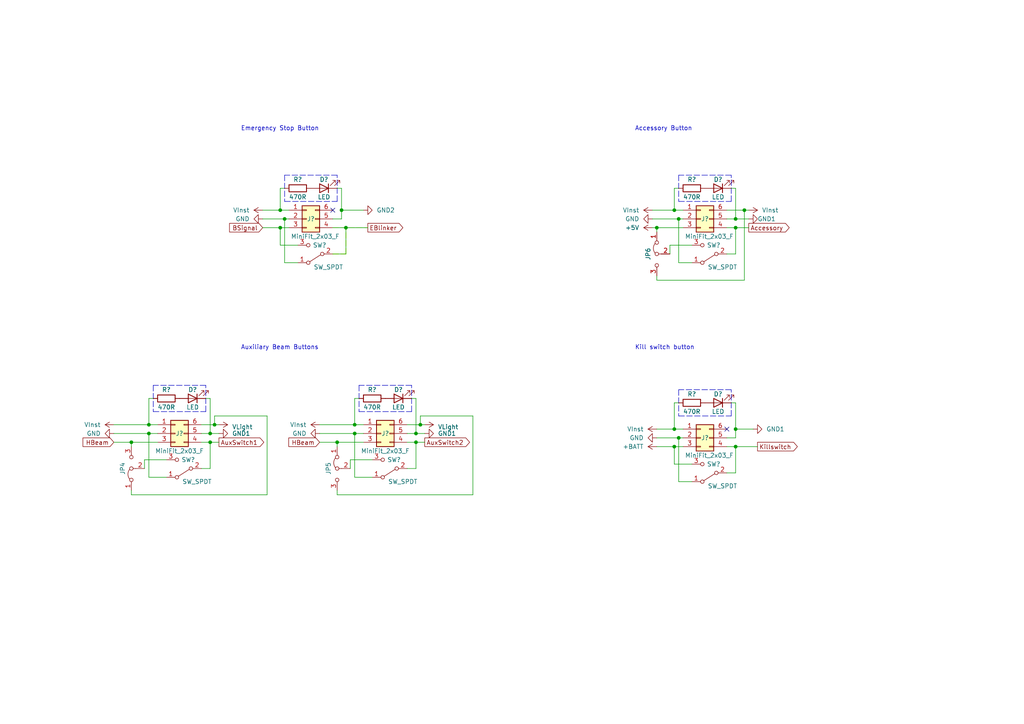
<source format=kicad_sch>
(kicad_sch (version 20230121) (generator eeschema)
  (paper "A4")
  (lib_symbols
    (symbol "Connector_Generic:Conn_02x03_Counter_Clockwise" (pin_names (offset 1.016) hide)
      (property "Reference" "J" (at 1.27 5.08 0))
      (property "Value" "Conn_02x03_Counter_Clockwise" (at 1.27 -5.08 0))
      (symbol "Conn_02x03_Counter_Clockwise_1_1"
        (rectangle (start -1.27 -2.413) (end 0 -2.667) (stroke (width 0.1524)))
        (rectangle (start -1.27 0.127) (end 0 -0.127) (stroke (width 0.1524)))
        (rectangle (start -1.27 2.667) (end 0 2.413) (stroke (width 0.1524)))
        (rectangle (start -1.27 3.81) (end 3.81 -3.81) (stroke (width 0.254)) (fill (type background)))
        (rectangle (start 3.81 -2.413) (end 2.54 -2.667) (stroke (width 0.1524)))
        (rectangle (start 3.81 0.127) (end 2.54 -0.127) (stroke (width 0.1524)))
        (rectangle (start 3.81 2.667) (end 2.54 2.413) (stroke (width 0.1524)))
        (pin passive line (at -5.08 2.54 0) (length 3.81) (name "Pin_1") (number "1"))
        (pin passive line (at -5.08 0 0) (length 3.81) (name "Pin_2") (number "2"))
        (pin passive line (at -5.08 -2.54 0) (length 3.81) (name "Pin_3") (number "3"))
        (pin passive line (at 7.62 -2.54 180) (length 3.81) (name "Pin_4") (number "4"))
        (pin passive line (at 7.62 0 180) (length 3.81) (name "Pin_5") (number "5"))
        (pin passive line (at 7.62 2.54 180) (length 3.81) (name "Pin_6") (number "6"))
      )
    )
    (symbol "Device:LED" (pin_numbers hide) (pin_names (offset 1.016) hide)
      (property "Reference" "D" (at 0 2.54 0))
      (property "Value" "LED" (at 0 -2.54 0))
      (symbol "LED_0_1"
        (polyline (pts (xy -1.27 -1.27) (xy -1.27 1.27)) (stroke (width 0.254)))
        (polyline (pts (xy -1.27 0) (xy 1.27 0)))
        (polyline (pts (xy 1.27 -1.27) (xy 1.27 1.27) (xy -1.27 0) (xy 1.27 -1.27)) (stroke (width 0.254)))
        (polyline (pts (xy -3.048 -0.762) (xy -4.572 -2.286) (xy -3.81 -2.286) (xy -4.572 -2.286) (xy -4.572 -1.524)))
        (polyline (pts (xy -1.778 -0.762) (xy -3.302 -2.286) (xy -2.54 -2.286) (xy -3.302 -2.286) (xy -3.302 -1.524)))
      )
      (symbol "LED_1_1"
        (pin passive line (at -3.81 0 0) (length 2.54) (name "K") (number "1"))
        (pin passive line (at 3.81 0 180) (length 2.54) (name "A") (number "2"))
      )
    )
    (symbol "Device:R" (pin_numbers hide) (pin_names (offset 0))
      (property "Reference" "R" (at 2.032 0 90))
      (property "Value" "R" (at 0 0 90))
      (symbol "R_0_1"
        (rectangle (start -1.016 -2.54) (end 1.016 2.54) (stroke (width 0.254)))
      )
      (symbol "R_1_1"
        (pin passive line (at 0 3.81 270) (length 1.27) (name "~") (number "1"))
        (pin passive line (at 0 -3.81 90) (length 1.27) (name "~") (number "2"))
      )
    )
    (symbol "GND1_1" (power) (pin_names (offset 0))
      (property "Value" "GND1_1" (at 0 -3.81 0))
      (symbol "GND1_1_0_1"
        (polyline (pts (xy 0 0) (xy 0 -1.27) (xy 1.27 -1.27) (xy 0 -2.54) (xy -1.27 -1.27) (xy 0 -1.27)))
      )
      (symbol "GND1_1_1_1"
        (pin power_in line (at 0 0 270) (length 0) hide (name "GND1") (number "1"))
      )
    )
    (symbol "GND1_2" (power) (pin_names (offset 0))
      (property "Value" "GND1_2" (at 0 -3.81 0))
      (symbol "GND1_2_0_1"
        (polyline (pts (xy 0 0) (xy 0 -1.27) (xy 1.27 -1.27) (xy 0 -2.54) (xy -1.27 -1.27) (xy 0 -1.27)))
      )
      (symbol "GND1_2_1_1"
        (pin power_in line (at 0 0 270) (length 0) hide (name "GND1") (number "1"))
      )
    )
    (symbol "GND1_3" (power) (pin_names (offset 0))
      (property "Value" "GND1_3" (at 0 -3.81 0))
      (symbol "GND1_3_0_1"
        (polyline (pts (xy 0 0) (xy 0 -1.27) (xy 1.27 -1.27) (xy 0 -2.54) (xy -1.27 -1.27) (xy 0 -1.27)))
      )
      (symbol "GND1_3_1_1"
        (pin power_in line (at 0 0 270) (length 0) hide (name "GND1") (number "1"))
      )
    )
    (symbol "GND_1" (power) (pin_names (offset 0))
      (property "Value" "GND_1" (at 0 -3.81 0))
      (symbol "GND_1_0_1"
        (polyline (pts (xy 0 0) (xy 0 -1.27) (xy 1.27 -1.27) (xy 0 -2.54) (xy -1.27 -1.27) (xy 0 -1.27)))
      )
      (symbol "GND_1_1_1"
        (pin power_in line (at 0 0 270) (length 0) hide (name "GND") (number "1"))
      )
    )
    (symbol "GND_2" (power) (pin_names (offset 0))
      (property "Value" "GND_2" (at 0 -3.81 0))
      (symbol "GND_2_0_1"
        (polyline (pts (xy 0 0) (xy 0 -1.27) (xy 1.27 -1.27) (xy 0 -2.54) (xy -1.27 -1.27) (xy 0 -1.27)))
      )
      (symbol "GND_2_1_1"
        (pin power_in line (at 0 0 270) (length 0) hide (name "GND") (number "1"))
      )
    )
    (symbol "GND_3" (power) (pin_names (offset 0))
      (property "Value" "GND_3" (at 0 -3.81 0))
      (symbol "GND_3_0_1"
        (polyline (pts (xy 0 0) (xy 0 -1.27) (xy 1.27 -1.27) (xy 0 -2.54) (xy -1.27 -1.27) (xy 0 -1.27)))
      )
      (symbol "GND_3_1_1"
        (pin power_in line (at 0 0 270) (length 0) hide (name "GND") (number "1"))
      )
    )
    (symbol "GND_4" (power) (pin_names (offset 0))
      (property "Value" "GND_4" (at 0 -3.81 0))
      (symbol "GND_4_0_1"
        (polyline (pts (xy 0 0) (xy 0 -1.27) (xy 1.27 -1.27) (xy 0 -2.54) (xy -1.27 -1.27) (xy 0 -1.27)))
      )
      (symbol "GND_4_1_1"
        (pin power_in line (at 0 0 270) (length 0) hide (name "GND") (number "1"))
      )
    )
    (symbol "Jumper:Jumper_3_Bridged12" (pin_names (offset 0) hide)
      (property "Reference" "JP" (at -2.54 -2.54 0))
      (property "Value" "Jumper_3_Bridged12" (at 0 2.794 0))
      (symbol "Jumper_3_Bridged12_0_0"
        (circle (center -3.302 0) (radius 0.508))
        (circle (center 0 0) (radius 0.508))
        (circle (center 3.302 0) (radius 0.508))
      )
      (symbol "Jumper_3_Bridged12_0_1"
        (arc (start -0.254 0.508) (mid -1.651 0.9912) (end -3.048 0.508))
        (polyline (pts (xy 0 -1.27) (xy 0 -0.508)))
      )
      (symbol "Jumper_3_Bridged12_1_1"
        (pin passive line (at -6.35 0 0) (length 2.54) (name "A") (number "1"))
        (pin passive line (at 0 -3.81 90) (length 2.54) (name "C") (number "2"))
        (pin passive line (at 6.35 0 180) (length 2.54) (name "B") (number "3"))
      )
    )
    (symbol "Local Components:VLight" (power) (pin_names (offset 0))
      (property "Value" "VLight" (at 0 3.556 0))
      (symbol "VLight_0_1"
        (polyline (pts (xy -0.762 1.27) (xy 0 2.54)))
        (polyline (pts (xy 0 0) (xy 0 2.54)))
        (polyline (pts (xy 0 2.54) (xy 0.762 1.27)))
      )
      (symbol "VLight_1_1"
        (pin power_in line (at 0 0 90) (length 0) hide (name "VLight") (number "1"))
      )
    )
    (symbol "Switch:SW_SPDT" (pin_names (offset 0) hide)
      (property "Reference" "SW" (at 0 4.318 0))
      (property "Value" "SW_SPDT" (at 0 -5.08 0))
      (symbol "SW_SPDT_0_0"
        (circle (center -2.032 0) (radius 0.508))
        (circle (center 2.032 -2.54) (radius 0.508))
      )
      (symbol "SW_SPDT_0_1"
        (polyline (pts (xy -1.524 0.254) (xy 1.651 2.286)))
        (circle (center 2.032 2.54) (radius 0.508))
      )
      (symbol "SW_SPDT_1_1"
        (pin passive line (at 5.08 2.54 180) (length 2.54) (name "A") (number "1"))
        (pin passive line (at -5.08 0 0) (length 2.54) (name "B") (number "2"))
        (pin passive line (at 5.08 -2.54 180) (length 2.54) (name "C") (number "3"))
      )
    )
    (symbol "VInst_2" (power) (pin_names (offset 0))
      (property "Value" "VInst_2" (at -3.81 0.0001 90))
      (symbol "VInst_2_0_1"
        (polyline (pts (xy -0.762 1.27) (xy 0 2.54)))
        (polyline (pts (xy 0 0) (xy 0 2.54)))
        (polyline (pts (xy 0 2.54) (xy 0.762 1.27)))
      )
      (symbol "VInst_2_1_1"
        (pin power_in line (at 0 0 90) (length 0) hide (name "VInst") (number "1"))
      )
    )
    (symbol "power:+5V" (power) (pin_names (offset 0))
      (property "Value" "+5V" (at 0 3.556 0))
      (symbol "+5V_0_1"
        (polyline (pts (xy -0.762 1.27) (xy 0 2.54)))
        (polyline (pts (xy 0 0) (xy 0 2.54)))
        (polyline (pts (xy 0 2.54) (xy 0.762 1.27)))
      )
      (symbol "+5V_1_1"
        (pin power_in line (at 0 0 90) (length 0) hide (name "+5V") (number "1"))
      )
    )
    (symbol "power:+BATT" (power) (pin_names (offset 0))
      (property "Value" "+BATT" (at 0 3.556 0))
      (symbol "+BATT_0_1"
        (polyline (pts (xy -0.762 1.27) (xy 0 2.54)))
        (polyline (pts (xy 0 0) (xy 0 2.54)))
        (polyline (pts (xy 0 2.54) (xy 0.762 1.27)))
      )
      (symbol "+BATT_1_1"
        (pin power_in line (at 0 0 90) (length 0) hide (name "+BATT") (number "1"))
      )
    )
    (symbol "power:GND" (power) (pin_names (offset 0))
      (property "Value" "GND" (at 0 -3.81 0))
      (symbol "GND_0_1"
        (polyline (pts (xy 0 0) (xy 0 -1.27) (xy 1.27 -1.27) (xy 0 -2.54) (xy -1.27 -1.27) (xy 0 -1.27)))
      )
      (symbol "GND_1_1"
        (pin power_in line (at 0 0 270) (length 0) hide (name "GND") (number "1"))
      )
    )
    (symbol "power:GND1" (power) (pin_names (offset 0))
      (property "Value" "GND1" (at 0 -3.81 0))
      (symbol "GND1_0_1"
        (polyline (pts (xy 0 0) (xy 0 -1.27) (xy 1.27 -1.27) (xy 0 -2.54) (xy -1.27 -1.27) (xy 0 -1.27)))
      )
      (symbol "GND1_1_1"
        (pin power_in line (at 0 0 270) (length 0) hide (name "GND1") (number "1"))
      )
    )
    (symbol "power:GND2" (power) (pin_names (offset 0))
      (property "Value" "GND2" (at 0 -3.81 0))
      (symbol "GND2_0_1"
        (polyline (pts (xy 0 0) (xy 0 -1.27) (xy 1.27 -1.27) (xy 0 -2.54) (xy -1.27 -1.27) (xy 0 -1.27)))
      )
      (symbol "GND2_1_1"
        (pin power_in line (at 0 0 270) (length 0) hide (name "GND2") (number "1"))
      )
    )
  )
  (junction (at 60.96 125.73))
  (junction (at 121.92 123.19))
  (junction (at 99.06 60.96))
  (junction (at 97.79 128.27))
  (junction (at 43.18 125.73))
  (junction (at 82.55 63.5))
  (junction (at 43.18 123.19))
  (junction (at 195.58 124.46))
  (junction (at 38.1 128.27))
  (junction (at 102.87 123.19))
  (junction (at 195.58 129.54))
  (junction (at 120.65 125.73))
  (junction (at 196.85 63.5))
  (junction (at 213.36 129.54))
  (junction (at 102.87 125.73))
  (junction (at 196.85 127))
  (junction (at 213.36 63.5))
  (junction (at 60.96 128.27))
  (junction (at 215.9 60.96))
  (junction (at 62.23 123.19))
  (junction (at 81.28 60.96))
  (junction (at 213.36 124.46))
  (junction (at 190.5 66.04))
  (junction (at 195.58 60.96))
  (junction (at 81.28 66.04))
  (junction (at 213.36 66.04))
  (junction (at 100.33 66.04))
  (junction (at 120.65 128.27))
  (no_connect (at 210.82 124.46))
  (no_connect (at 96.52 60.96))
  (polyline (pts (xy 59.69 111.76) (xy 44.45 111.76)) (stroke (width 0) (type dash)))
  (wire (pts (xy 76.2 63.5) (xy 82.55 63.5)))
  (wire (pts (xy 59.69 115.57) (xy 60.96 115.57)))
  (wire (pts (xy 212.09 54.61) (xy 213.36 54.61)))
  (wire (pts (xy 213.36 54.61) (xy 213.36 63.5)))
  (wire (pts (xy 43.18 138.43) (xy 43.18 125.73)))
  (polyline (pts (xy 44.45 111.76) (xy 44.45 119.38)) (stroke (width 0) (type dash)))
  (wire (pts (xy 63.5 123.19) (xy 62.23 123.19)))
  (polyline (pts (xy 212.09 50.8) (xy 196.85 50.8)) (stroke (width 0) (type dash)))
  (wire (pts (xy 190.5 129.54) (xy 195.58 129.54)))
  (wire (pts (xy 121.92 120.65) (xy 137.16 120.65)))
  (wire (pts (xy 120.65 115.57) (xy 120.65 125.73)))
  (wire (pts (xy 96.52 63.5) (xy 99.06 63.5)))
  (wire (pts (xy 195.58 134.62) (xy 195.58 129.54)))
  (wire (pts (xy 33.02 128.27) (xy 38.1 128.27)))
  (wire (pts (xy 210.82 63.5) (xy 213.36 63.5)))
  (wire (pts (xy 190.5 81.28) (xy 215.9 81.28)))
  (polyline (pts (xy 82.55 50.8) (xy 82.55 58.42)) (stroke (width 0) (type dash)))
  (wire (pts (xy 190.5 127) (xy 196.85 127)))
  (wire (pts (xy 120.65 125.73) (xy 123.19 125.73)))
  (wire (pts (xy 102.87 123.19) (xy 105.41 123.19)))
  (polyline (pts (xy 212.09 113.03) (xy 196.85 113.03)) (stroke (width 0) (type dash)))
  (wire (pts (xy 99.06 54.61) (xy 99.06 60.96)))
  (polyline (pts (xy 196.85 120.65) (xy 212.09 120.65)) (stroke (width 0) (type dash)))
  (polyline (pts (xy 212.09 58.42) (xy 212.09 50.8)) (stroke (width 0) (type dash)))
  (wire (pts (xy 195.58 116.84) (xy 195.58 124.46)))
  (wire (pts (xy 137.16 120.65) (xy 137.16 143.51)))
  (wire (pts (xy 123.19 123.19) (xy 121.92 123.19)))
  (wire (pts (xy 200.66 134.62) (xy 195.58 134.62)))
  (wire (pts (xy 82.55 76.2) (xy 82.55 63.5)))
  (wire (pts (xy 102.87 138.43) (xy 102.87 125.73)))
  (wire (pts (xy 97.79 128.27) (xy 105.41 128.27)))
  (wire (pts (xy 107.95 138.43) (xy 102.87 138.43)))
  (wire (pts (xy 190.5 81.28) (xy 190.5 80.01)))
  (wire (pts (xy 137.16 143.51) (xy 97.79 143.51)))
  (wire (pts (xy 194.31 73.66) (xy 194.31 71.12)))
  (wire (pts (xy 118.11 135.89) (xy 120.65 135.89)))
  (wire (pts (xy 38.1 143.51) (xy 38.1 142.24)))
  (wire (pts (xy 215.9 81.28) (xy 215.9 60.96)))
  (wire (pts (xy 97.79 54.61) (xy 99.06 54.61)))
  (wire (pts (xy 86.36 76.2) (xy 82.55 76.2)))
  (wire (pts (xy 41.91 133.35) (xy 48.26 133.35)))
  (polyline (pts (xy 104.14 119.38) (xy 119.38 119.38)) (stroke (width 0) (type dash)))
  (wire (pts (xy 76.2 60.96) (xy 81.28 60.96)))
  (wire (pts (xy 97.79 129.54) (xy 97.79 128.27)))
  (wire (pts (xy 82.55 63.5) (xy 83.82 63.5)))
  (polyline (pts (xy 96.52 73.66) (xy 100.33 73.66)) (stroke (width 0) (type dash) (color 255 255 0 1)))
  (wire (pts (xy 100.33 66.04) (xy 100.33 73.66)))
  (wire (pts (xy 213.36 66.04) (xy 217.17 66.04)))
  (wire (pts (xy 81.28 60.96) (xy 83.82 60.96)))
  (wire (pts (xy 119.38 115.57) (xy 120.65 115.57)))
  (wire (pts (xy 33.02 125.73) (xy 43.18 125.73)))
  (wire (pts (xy 48.26 138.43) (xy 43.18 138.43)))
  (polyline (pts (xy 104.14 111.76) (xy 104.14 119.38)) (stroke (width 0) (type dash)))
  (wire (pts (xy 62.23 120.65) (xy 77.47 120.65)))
  (wire (pts (xy 189.23 66.04) (xy 190.5 66.04)))
  (wire (pts (xy 62.23 120.65) (xy 62.23 123.19)))
  (wire (pts (xy 102.87 115.57) (xy 102.87 123.19)))
  (wire (pts (xy 33.02 123.19) (xy 43.18 123.19)))
  (wire (pts (xy 76.2 66.04) (xy 81.28 66.04)))
  (wire (pts (xy 92.71 125.73) (xy 102.87 125.73)))
  (polyline (pts (xy 119.38 111.76) (xy 104.14 111.76)) (stroke (width 0) (type dash)))
  (wire (pts (xy 215.9 60.96) (xy 217.17 60.96)))
  (polyline (pts (xy 97.79 50.8) (xy 82.55 50.8)) (stroke (width 0) (type dash)))
  (polyline (pts (xy 59.69 119.38) (xy 59.69 111.76)) (stroke (width 0) (type dash)))
  (wire (pts (xy 101.6 135.89) (xy 101.6 133.35)))
  (wire (pts (xy 58.42 135.89) (xy 60.96 135.89)))
  (wire (pts (xy 196.85 127) (xy 198.12 127)))
  (wire (pts (xy 213.36 66.04) (xy 213.36 73.66)))
  (wire (pts (xy 195.58 54.61) (xy 196.85 54.61)))
  (polyline (pts (xy 119.38 119.38) (xy 119.38 111.76)) (stroke (width 0) (type dash)))
  (wire (pts (xy 190.5 67.31) (xy 190.5 66.04)))
  (polyline (pts (xy 196.85 113.03) (xy 196.85 120.65)) (stroke (width 0) (type dash)))
  (wire (pts (xy 200.66 139.7) (xy 196.85 139.7)))
  (wire (pts (xy 92.71 123.19) (xy 102.87 123.19)))
  (wire (pts (xy 43.18 115.57) (xy 43.18 123.19)))
  (wire (pts (xy 195.58 116.84) (xy 196.85 116.84)))
  (polyline (pts (xy 100.33 73.66) (xy 100.33 66.04)) (stroke (width 0) (type dash) (color 255 255 0 1)))
  (wire (pts (xy 41.91 135.89) (xy 41.91 133.35)))
  (wire (pts (xy 102.87 125.73) (xy 105.41 125.73)))
  (polyline (pts (xy 96.52 66.04) (xy 106.68 66.04)) (stroke (width 0) (type dash) (color 255 255 0 1)))
  (wire (pts (xy 77.47 143.51) (xy 38.1 143.51)))
  (wire (pts (xy 58.42 125.73) (xy 60.96 125.73)))
  (wire (pts (xy 215.9 60.96) (xy 210.82 60.96)))
  (wire (pts (xy 213.36 129.54) (xy 213.36 137.16)))
  (wire (pts (xy 81.28 54.61) (xy 81.28 60.96)))
  (wire (pts (xy 120.65 128.27) (xy 120.65 135.89)))
  (wire (pts (xy 105.41 60.96) (xy 99.06 60.96)))
  (wire (pts (xy 213.36 127) (xy 213.36 124.46)))
  (wire (pts (xy 81.28 54.61) (xy 82.55 54.61)))
  (wire (pts (xy 121.92 123.19) (xy 118.11 123.19)))
  (wire (pts (xy 118.11 128.27) (xy 120.65 128.27)))
  (polyline (pts (xy 196.85 58.42) (xy 212.09 58.42)) (stroke (width 0) (type dash)))
  (wire (pts (xy 43.18 125.73) (xy 45.72 125.73)))
  (wire (pts (xy 102.87 115.57) (xy 104.14 115.57)))
  (wire (pts (xy 210.82 127) (xy 213.36 127)))
  (wire (pts (xy 43.18 115.57) (xy 44.45 115.57)))
  (wire (pts (xy 60.96 128.27) (xy 63.5 128.27)))
  (wire (pts (xy 196.85 139.7) (xy 196.85 127)))
  (wire (pts (xy 212.09 116.84) (xy 213.36 116.84)))
  (wire (pts (xy 100.33 66.04) (xy 106.68 66.04)))
  (wire (pts (xy 60.96 115.57) (xy 60.96 125.73)))
  (polyline (pts (xy 44.45 119.38) (xy 59.69 119.38)) (stroke (width 0) (type dash)))
  (wire (pts (xy 213.36 129.54) (xy 219.71 129.54)))
  (wire (pts (xy 62.23 123.19) (xy 58.42 123.19)))
  (wire (pts (xy 38.1 129.54) (xy 38.1 128.27)))
  (wire (pts (xy 81.28 66.04) (xy 83.82 66.04)))
  (wire (pts (xy 101.6 133.35) (xy 107.95 133.35)))
  (wire (pts (xy 189.23 60.96) (xy 195.58 60.96)))
  (wire (pts (xy 81.28 71.12) (xy 81.28 66.04)))
  (wire (pts (xy 196.85 63.5) (xy 198.12 63.5)))
  (wire (pts (xy 213.36 129.54) (xy 210.82 129.54)))
  (wire (pts (xy 213.36 116.84) (xy 213.36 124.46)))
  (polyline (pts (xy 196.85 50.8) (xy 196.85 58.42)) (stroke (width 0) (type dash)))
  (wire (pts (xy 196.85 76.2) (xy 196.85 63.5)))
  (wire (pts (xy 97.79 143.51) (xy 97.79 142.24)))
  (wire (pts (xy 213.36 63.5) (xy 217.17 63.5)))
  (wire (pts (xy 100.33 66.04) (xy 96.52 66.04)))
  (wire (pts (xy 43.18 123.19) (xy 45.72 123.19)))
  (wire (pts (xy 210.82 66.04) (xy 213.36 66.04)))
  (wire (pts (xy 189.23 63.5) (xy 196.85 63.5)))
  (wire (pts (xy 195.58 60.96) (xy 198.12 60.96)))
  (wire (pts (xy 194.31 71.12) (xy 200.66 71.12)))
  (wire (pts (xy 210.82 137.16) (xy 213.36 137.16)))
  (wire (pts (xy 190.5 66.04) (xy 198.12 66.04)))
  (wire (pts (xy 195.58 124.46) (xy 198.12 124.46)))
  (wire (pts (xy 99.06 63.5) (xy 99.06 60.96)))
  (polyline (pts (xy 82.55 58.42) (xy 97.79 58.42)) (stroke (width 0) (type dash)))
  (polyline (pts (xy 212.09 120.65) (xy 212.09 113.03)) (stroke (width 0) (type dash)))
  (wire (pts (xy 60.96 125.73) (xy 63.5 125.73)))
  (wire (pts (xy 92.71 128.27) (xy 97.79 128.27)))
  (polyline (pts (xy 97.79 58.42) (xy 97.79 50.8)) (stroke (width 0) (type dash)))
  (wire (pts (xy 210.82 73.66) (xy 213.36 73.66)))
  (wire (pts (xy 96.52 73.66) (xy 100.33 73.66)))
  (wire (pts (xy 195.58 54.61) (xy 195.58 60.96)))
  (wire (pts (xy 195.58 129.54) (xy 198.12 129.54)))
  (wire (pts (xy 58.42 128.27) (xy 60.96 128.27)))
  (wire (pts (xy 86.36 71.12) (xy 81.28 71.12)))
  (wire (pts (xy 218.44 124.46) (xy 213.36 124.46)))
  (wire (pts (xy 121.92 120.65) (xy 121.92 123.19)))
  (wire (pts (xy 118.11 125.73) (xy 120.65 125.73)))
  (wire (pts (xy 38.1 128.27) (xy 45.72 128.27)))
  (wire (pts (xy 77.47 120.65) (xy 77.47 143.51)))
  (wire (pts (xy 200.66 76.2) (xy 196.85 76.2)))
  (wire (pts (xy 120.65 128.27) (xy 123.19 128.27)))
  (wire (pts (xy 60.96 128.27) (xy 60.96 135.89)))
  (wire (pts (xy 190.5 124.46) (xy 195.58 124.46)))
  (text "Accessory Button" (at 184.15 38.1 0) (effects (font (size 1.27 1.27)) (justify left bottom)))
  (text "Emergency Stop Button" (at 69.85 38.1 0) (effects (font (size 1.27 1.27)) (justify left bottom)))
  (text "Auxiliary Beam Buttons" (at 69.85 101.6 0) (effects (font (size 1.27 1.27)) (justify left bottom)))
  (text "Kill switch button" (at 184.15 101.6 0) (effects (font (size 1.27 1.27)) (justify left bottom)))
  (global_label "Killswitch" (shape output) (at 219.71 129.54 0) (property "Intersheetrefs" "${INTERSHEET_REFS}" (effects hide)))
  (global_label "AuxSwitch2" (shape output) (at 123.19 128.27 0) (property "Intersheetrefs" "${INTERSHEET_REFS}" (effects hide)))
  (global_label "Accessory" (shape output) (at 217.17 66.04 0) (property "Intersheetrefs" "${INTERSHEET_REFS}" (effects hide)))
  (global_label "AuxSwitch1" (shape output) (at 63.5 128.27 0) (property "Intersheetrefs" "${INTERSHEET_REFS}" (effects hide)))
  (global_label "HBeam" (shape input) (at 92.71 128.27 180) (property "Intersheetrefs" "${INTERSHEET_REFS}" (effects hide)))
  (global_label "BSignal" (shape input) (at 76.2 66.04 180) (property "Intersheetrefs" "${INTERSHEET_REFS}" (effects hide)))
  (global_label "EBlinker" (shape output) (at 106.68 66.04 0) (property "Intersheetrefs" "${INTERSHEET_REFS}" (effects hide)))
  (global_label "HBeam" (shape input) (at 33.02 128.27 180) (property "Intersheetrefs" "${INTERSHEET_REFS}" (effects hide)))
  (symbol (lib_id "Connector_Generic:Conn_02x03_Counter_Clockwise") (at 88.9 63.5 0) (unit 1)
    (property "Reference" "J?" (at 90.17 63.5 0))
    (property "Value" "MiniFit_2x03_F" (at 91.44 68.58 0))
    (property "Footprint" "Connector_Molex:Molex_Mini-Fit_Jr_5566-06A_2x03_P4.20mm_Vertical" (effects hide))
    (property "Datasheet" "https://mauser.pt/catalog/product_info.php?products_id=011-0619" (effects hide))
    (property "Vendor" "Mauser" (effects hide))
    (property "Vendor Link" "https://mauser.pt/catalog/product_info.php?products_id=011-0619" (effects hide))
    (property "Vendor Ref" "011-0619" (effects hide))
    (instances (project "dragstar-infotainment" (path "" (reference "J?") (unit 1)) (path "" (reference "J7") (unit 1))))
  )
  (symbol (lib_id "Switch:SW_SPDT") (at 205.74 137.16 180) (unit 1)
    (property "Reference" "SW?" (at 207.01 134.62 0))
    (property "Value" "SW_SPDT" (at 209.55 140.97 0))
    (instances (project "dragstar-infotainment" (path "" (reference "SW?") (unit 1)) (path "" (reference "SW5") (unit 1))))
  )
  (symbol (lib_id "Connector_Generic:Conn_02x03_Counter_Clockwise") (at 203.2 63.5 0) (unit 1)
    (property "Reference" "J?" (at 204.47 63.5 0))
    (property "Value" "MiniFit_2x03_F" (at 205.74 68.58 0))
    (property "Footprint" "Connector_Molex:Molex_Mini-Fit_Jr_5566-06A_2x03_P4.20mm_Vertical" (effects hide))
    (property "Datasheet" "https://mauser.pt/catalog/product_info.php?products_id=011-0619" (effects hide))
    (property "Vendor" "Mauser" (effects hide))
    (property "Vendor Link" "https://mauser.pt/catalog/product_info.php?products_id=011-0619" (effects hide))
    (property "Vendor Ref" "011-0619" (effects hide))
    (instances (project "dragstar-infotainment" (path "" (reference "J?") (unit 1)) (path "" (reference "J9") (unit 1))))
  )
  (symbol (lib_id "Connector_Generic:Conn_02x03_Counter_Clockwise") (at 110.49 125.73 0) (unit 1)
    (property "Reference" "J?" (at 111.76 125.73 0))
    (property "Value" "MiniFit_2x03_F" (at 111.76 130.81 0))
    (property "Footprint" "Connector_Molex:Molex_Mini-Fit_Jr_5566-06A_2x03_P4.20mm_Vertical" (effects hide))
    (property "Datasheet" "https://mauser.pt/catalog/product_info.php?products_id=011-0619" (effects hide))
    (property "Vendor" "Mauser" (effects hide))
    (property "Vendor Link" "https://mauser.pt/catalog/product_info.php?products_id=011-0619" (effects hide))
    (property "Vendor Ref" "011-0619" (effects hide))
    (instances (project "dragstar-infotainment" (path "" (reference "J?") (unit 1)) (path "" (reference "J8") (unit 1))))
  )
  (symbol (lib_name "VInst_2") (lib_id "Local Components:VInst") (at 190.5 124.46 90) (unit 1)
    (property "Reference" "#PWR?" (effects hide))
    (property "Value" "VInst" (at 186.69 124.46 90) (effects (justify left)))
    (instances (project "dragstar-infotainment" (path "" (reference "#PWR?") (unit 1)) (path "" (reference "#PWR061") (unit 1))))
  )
  (symbol (lib_name "VInst_2") (lib_id "Local Components:VInst") (at 92.71 123.19 90) (unit 1)
    (property "Reference" "#PWR?" (effects hide))
    (property "Value" "VInst" (at 88.9 123.19 90) (effects (justify left)))
    (instances (project "dragstar-infotainment" (path "" (reference "#PWR?") (unit 1)) (path "" (reference "#PWR053") (unit 1))))
  )
  (symbol (lib_name "VInst_2") (lib_id "Local Components:VInst") (at 33.02 123.19 90) (unit 1)
    (property "Reference" "#PWR?" (effects hide))
    (property "Value" "VInst" (at 29.21 123.19 90) (effects (justify left)))
    (instances (project "dragstar-infotainment" (path "" (reference "#PWR?") (unit 1)) (path "" (reference "#PWR047") (unit 1))))
  )
  (symbol (lib_id "Device:LED") (at 93.98 54.61 180) (unit 1)
    (property "Reference" "D?" (at 93.98 52.07 0))
    (property "Value" "LED" (at 93.98 57.15 0))
    (property "Footprint" "LED_THT:LED_D5.0mm" (effects hide))
    (instances (project "dragstar-infotainment" (path "" (reference "D?") (unit 1)) (path "" (reference "D12") (unit 1))))
  )
  (symbol (lib_id "Device:R") (at 107.95 115.57 270) (unit 1)
    (property "Reference" "R?" (at 107.95 113.03 90))
    (property "Value" "470R" (at 107.95 118.11 90))
    (property "Footprint" "Resistor_THT:R_Axial_DIN0204_L3.6mm_D1.6mm_P5.08mm_Horizontal" (effects hide))
    (instances (project "dragstar-infotainment" (path "" (reference "R?") (unit 1)) (path "" (reference "R20") (unit 1))))
  )
  (symbol (lib_name "GND_2") (lib_id "power:GND") (at 189.23 63.5 270) (unit 1)
    (property "Reference" "#PWR?" (effects hide))
    (property "Value" "GND" (at 185.42 63.5 90) (effects (justify right)))
    (instances (project "dragstar-infotainment" (path "" (reference "#PWR?") (unit 1)) (path "" (reference "#PWR059") (unit 1))))
  )
  (symbol (lib_id "Device:R") (at 200.66 116.84 270) (unit 1)
    (property "Reference" "R?" (at 200.66 114.3 90))
    (property "Value" "470R" (at 200.66 119.38 90))
    (property "Footprint" "Resistor_THT:R_Axial_DIN0204_L3.6mm_D1.6mm_P5.08mm_Horizontal" (effects hide))
    (instances (project "dragstar-infotainment" (path "" (reference "R?") (unit 1)) (path "" (reference "R22") (unit 1))))
  )
  (symbol (lib_id "Jumper:Jumper_3_Bridged12") (at 97.79 135.89 90) (mirror x) (unit 1)
    (property "Reference" "JP5" (at 95.25 135.89 0))
    (property "Value" "Jumper_3_Bridged12" (effects hide))
  )
  (symbol (lib_id "Switch:SW_SPDT") (at 91.44 73.66 180) (unit 1)
    (property "Reference" "SW?" (at 92.71 71.12 0))
    (property "Value" "SW_SPDT" (at 95.25 77.47 0))
    (instances (project "dragstar-infotainment" (path "" (reference "SW?") (unit 1)) (path "" (reference "SW2") (unit 1))))
  )
  (symbol (lib_name "GND_1") (lib_id "power:GND") (at 33.02 125.73 270) (unit 1)
    (property "Reference" "#PWR?" (effects hide))
    (property "Value" "GND" (at 29.21 125.73 90) (effects (justify right)))
    (instances (project "dragstar-infotainment" (path "" (reference "#PWR?") (unit 1)) (path "" (reference "#PWR048") (unit 1))))
  )
  (symbol (lib_name "VInst_2") (lib_id "Local Components:VInst") (at 217.17 60.96 270) (unit 1)
    (property "Reference" "#PWR?" (effects hide))
    (property "Value" "VInst" (at 220.98 60.96 90) (effects (justify left)))
    (instances (project "dragstar-infotainment" (path "" (reference "#PWR?") (unit 1)) (path "" (reference "#PWR064") (unit 1))))
  )
  (symbol (lib_id "Switch:SW_SPDT") (at 205.74 73.66 180) (unit 1)
    (property "Reference" "SW?" (at 207.01 71.12 0))
    (property "Value" "SW_SPDT" (at 209.55 77.47 0))
    (instances (project "dragstar-infotainment" (path "" (reference "SW?") (unit 1)) (path "" (reference "SW4") (unit 1))))
  )
  (symbol (lib_id "power:+5V") (at 189.23 66.04 90) (unit 1)
    (property "Reference" "#PWR?" (effects hide))
    (property "Value" "+5V" (at 185.42 66.0399 90) (effects (justify left)))
    (instances (project "dragstar-infotainment" (path "" (reference "#PWR?") (unit 1)) (path "" (reference "#PWR060") (unit 1))))
  )
  (symbol (lib_name "GND1_1") (lib_id "power:GND1") (at 63.5 125.73 90) (mirror x) (unit 1)
    (property "Reference" "#PWR?" (effects hide))
    (property "Value" "GND1" (at 67.31 125.7299 90) (effects (justify right)))
    (instances (project "dragstar-infotainment" (path "" (reference "#PWR?") (unit 1)) (path "" (reference "#PWR050") (unit 1))))
  )
  (symbol (lib_id "Switch:SW_SPDT") (at 113.03 135.89 180) (unit 1)
    (property "Reference" "SW?" (at 114.3 133.35 0))
    (property "Value" "SW_SPDT" (at 116.84 139.7 0))
    (instances (project "dragstar-infotainment" (path "" (reference "SW?") (unit 1)) (path "" (reference "SW3") (unit 1))))
  )
  (symbol (lib_name "GND_4") (lib_id "power:GND") (at 76.2 63.5 270) (unit 1)
    (property "Reference" "#PWR?" (effects hide))
    (property "Value" "GND" (at 72.39 63.5 90) (effects (justify right)))
    (instances (project "dragstar-infotainment" (path "" (reference "#PWR?") (unit 1)) (path "" (reference "#PWR052") (unit 1))))
  )
  (symbol (lib_id "power:+BATT") (at 190.5 129.54 90) (unit 1)
    (property "Reference" "#PWR?" (effects hide))
    (property "Value" "+BATT" (at 186.69 129.5399 90) (effects (justify left)))
    (instances (project "dragstar-infotainment" (path "" (reference "#PWR?") (unit 1)) (path "" (reference "#PWR063") (unit 1))))
  )
  (symbol (lib_id "Local Components:VLight") (at 63.5 123.19 270) (unit 1)
    (property "Reference" "#PWR049" (effects hide))
    (property "Value" "VLight" (at 67.31 123.825 90) (effects (justify left)))
  )
  (symbol (lib_id "Device:R") (at 200.66 54.61 270) (unit 1)
    (property "Reference" "R?" (at 200.66 52.07 90))
    (property "Value" "470R" (at 200.66 57.15 90))
    (property "Footprint" "Resistor_THT:R_Axial_DIN0204_L3.6mm_D1.6mm_P5.08mm_Horizontal" (effects hide))
    (instances (project "dragstar-infotainment" (path "" (reference "R?") (unit 1)) (path "" (reference "R21") (unit 1))))
  )
  (symbol (lib_id "power:GND2") (at 105.41 60.96 90) (unit 1)
    (property "Reference" "#PWR?" (effects hide))
    (property "Value" "GND2" (at 109.22 60.9599 90) (effects (justify right)))
    (instances (project "dragstar-infotainment" (path "" (reference "#PWR?") (unit 1)) (path "" (reference "#PWR055") (unit 1))))
  )
  (symbol (lib_name "VInst_2") (lib_id "Local Components:VInst") (at 76.2 60.96 90) (unit 1)
    (property "Reference" "#PWR?" (effects hide))
    (property "Value" "VInst" (at 72.39 60.96 90) (effects (justify left)))
    (instances (project "dragstar-infotainment" (path "" (reference "#PWR?") (unit 1)) (path "" (reference "#PWR051") (unit 1))))
  )
  (symbol (lib_name "GND1_3") (lib_id "power:GND1") (at 218.44 124.46 90) (mirror x) (unit 1)
    (property "Reference" "#PWR?" (effects hide))
    (property "Value" "GND1" (at 222.25 124.4599 90) (effects (justify right)))
    (instances (project "dragstar-infotainment" (path "" (reference "#PWR?") (unit 1)) (path "" (reference "#PWR066") (unit 1))))
  )
  (symbol (lib_id "Jumper:Jumper_3_Bridged12") (at 190.5 73.66 90) (mirror x) (unit 1)
    (property "Reference" "JP6" (at 187.96 73.66 0))
    (property "Value" "Jumper_3_Bridged12" (effects hide))
  )
  (symbol (lib_id "Connector_Generic:Conn_02x03_Counter_Clockwise") (at 203.2 127 0) (unit 1)
    (property "Reference" "J?" (at 204.47 127 0))
    (property "Value" "MiniFit_2x03_F" (at 205.74 132.08 0))
    (property "Footprint" "Connector_Molex:Molex_Mini-Fit_Jr_5566-06A_2x03_P4.20mm_Vertical" (effects hide))
    (property "Datasheet" "https://mauser.pt/catalog/product_info.php?products_id=011-0619" (effects hide))
    (property "Vendor" "Mauser" (effects hide))
    (property "Vendor Link" "https://mauser.pt/catalog/product_info.php?products_id=011-0619" (effects hide))
    (property "Vendor Ref" "011-0619" (effects hide))
    (instances (project "dragstar-infotainment" (path "" (reference "J?") (unit 1)) (path "" (reference "J10") (unit 1))))
  )
  (symbol (lib_id "Jumper:Jumper_3_Bridged12") (at 38.1 135.89 90) (unit 1)
    (property "Reference" "JP4" (at 35.56 135.89 0))
    (property "Value" "Jumper_3_Bridged12" (effects hide))
  )
  (symbol (lib_id "Local Components:VLight") (at 123.19 123.19 270) (unit 1)
    (property "Reference" "#PWR056" (effects hide))
    (property "Value" "VLight" (at 127 123.825 90) (effects (justify left)))
  )
  (symbol (lib_name "GND_3") (lib_id "power:GND") (at 190.5 127 270) (unit 1)
    (property "Reference" "#PWR?" (effects hide))
    (property "Value" "GND" (at 186.69 127 90) (effects (justify right)))
    (instances (project "dragstar-infotainment" (path "" (reference "#PWR?") (unit 1)) (path "" (reference "#PWR062") (unit 1))))
  )
  (symbol (lib_id "power:GND1") (at 217.17 63.5 90) (mirror x) (unit 1)
    (property "Reference" "#PWR?" (effects hide))
    (property "Value" "GND1" (at 219.71 63.4999 90) (effects (justify right)))
    (instances (project "dragstar-infotainment" (path "" (reference "#PWR?") (unit 1)) (path "" (reference "#PWR065") (unit 1))))
  )
  (symbol (lib_id "Device:R") (at 86.36 54.61 270) (unit 1)
    (property "Reference" "R?" (at 86.36 52.07 90))
    (property "Value" "470R" (at 86.36 57.15 90))
    (property "Footprint" "Resistor_THT:R_Axial_DIN0204_L3.6mm_D1.6mm_P5.08mm_Horizontal" (effects hide))
    (instances (project "dragstar-infotainment" (path "" (reference "R?") (unit 1)) (path "" (reference "R19") (unit 1))))
  )
  (symbol (lib_id "Device:LED") (at 55.88 115.57 180) (unit 1)
    (property "Reference" "D?" (at 55.88 113.03 0))
    (property "Value" "LED" (at 55.88 118.11 0))
    (property "Footprint" "LED_THT:LED_D5.0mm" (effects hide))
    (instances (project "dragstar-infotainment" (path "" (reference "D?") (unit 1)) (path "" (reference "D11") (unit 1))))
  )
  (symbol (lib_id "power:GND") (at 92.71 125.73 270) (unit 1)
    (property "Reference" "#PWR?" (effects hide))
    (property "Value" "GND" (at 88.9 125.73 90) (effects (justify right)))
    (instances (project "dragstar-infotainment" (path "" (reference "#PWR?") (unit 1)) (path "" (reference "#PWR054") (unit 1))))
  )
  (symbol (lib_id "Device:R") (at 48.26 115.57 270) (unit 1)
    (property "Reference" "R?" (at 48.26 113.03 90))
    (property "Value" "470R" (at 48.26 118.11 90))
    (property "Footprint" "Resistor_THT:R_Axial_DIN0204_L3.6mm_D1.6mm_P5.08mm_Horizontal" (effects hide))
    (instances (project "dragstar-infotainment" (path "" (reference "R?") (unit 1)) (path "" (reference "R18") (unit 1))))
  )
  (symbol (lib_id "Device:LED") (at 208.28 54.61 180) (unit 1)
    (property "Reference" "D?" (at 208.28 52.07 0))
    (property "Value" "LED" (at 208.28 57.15 0))
    (property "Footprint" "LED_THT:LED_D5.0mm" (effects hide))
    (instances (project "dragstar-infotainment" (path "" (reference "D?") (unit 1)) (path "" (reference "D14") (unit 1))))
  )
  (symbol (lib_id "Device:LED") (at 115.57 115.57 180) (unit 1)
    (property "Reference" "D?" (at 115.57 113.03 0))
    (property "Value" "LED" (at 115.57 118.11 0))
    (property "Footprint" "LED_THT:LED_D5.0mm" (effects hide))
    (instances (project "dragstar-infotainment" (path "" (reference "D?") (unit 1)) (path "" (reference "D13") (unit 1))))
  )
  (symbol (lib_id "Device:LED") (at 208.28 116.84 180) (unit 1)
    (property "Reference" "D?" (at 208.28 114.3 0))
    (property "Value" "LED" (at 208.28 119.38 0))
    (property "Footprint" "LED_THT:LED_D5.0mm" (effects hide))
    (instances (project "dragstar-infotainment" (path "" (reference "D?") (unit 1)) (path "" (reference "D15") (unit 1))))
  )
  (symbol (lib_id "Connector_Generic:Conn_02x03_Counter_Clockwise") (at 50.8 125.73 0) (unit 1)
    (property "Reference" "J?" (at 52.07 125.73 0))
    (property "Value" "MiniFit_2x03_F" (at 52.07 130.81 0))
    (property "Footprint" "Connector_Molex:Molex_Mini-Fit_Jr_5566-06A_2x03_P4.20mm_Vertical" (effects hide))
    (property "Datasheet" "https://mauser.pt/catalog/product_info.php?products_id=011-0619" (effects hide))
    (property "Vendor" "Mauser" (effects hide))
    (property "Vendor Link" "https://mauser.pt/catalog/product_info.php?products_id=011-0619" (effects hide))
    (property "Vendor Ref" "011-0619" (effects hide))
    (instances (project "dragstar-infotainment" (path "" (reference "J?") (unit 1)) (path "" (reference "J6") (unit 1))))
  )
  (symbol (lib_name "VInst_2") (lib_id "Local Components:VInst") (at 189.23 60.96 90) (unit 1)
    (property "Reference" "#PWR?" (effects hide))
    (property "Value" "VInst" (at 185.42 60.96 90) (effects (justify left)))
    (instances (project "dragstar-infotainment" (path "" (reference "#PWR?") (unit 1)) (path "" (reference "#PWR058") (unit 1))))
  )
  (symbol (lib_id "Switch:SW_SPDT") (at 53.34 135.89 180) (unit 1)
    (property "Reference" "SW?" (at 54.61 133.35 0))
    (property "Value" "SW_SPDT" (at 57.15 139.7 0))
    (instances (project "dragstar-infotainment" (path "" (reference "SW?") (unit 1)) (path "" (reference "SW1") (unit 1))))
  )
  (symbol (lib_name "GND1_2") (lib_id "power:GND1") (at 123.19 125.73 90) (mirror x) (unit 1)
    (property "Reference" "#PWR?" (effects hide))
    (property "Value" "GND1" (at 127 125.7299 90) (effects (justify right)))
    (instances (project "dragstar-infotainment" (path "" (reference "#PWR?") (unit 1)) (path "" (reference "#PWR057") (unit 1))))
  )
)
</source>
